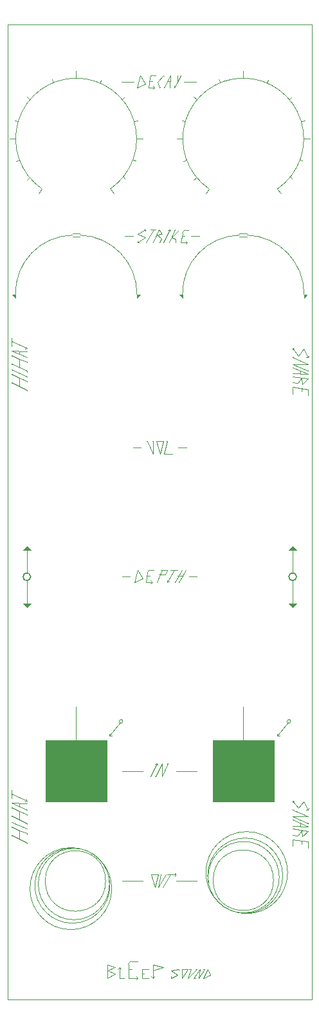
<source format=gto>
G04 #@! TF.GenerationSoftware,KiCad,Pcbnew,(6.0.6)*
G04 #@! TF.CreationDate,2022-10-26T12:52:20+02:00*
G04 #@! TF.ProjectId,Snare+Hihat,536e6172-652b-4486-9968-61742e6b6963,rev?*
G04 #@! TF.SameCoordinates,Original*
G04 #@! TF.FileFunction,Legend,Top*
G04 #@! TF.FilePolarity,Positive*
%FSLAX46Y46*%
G04 Gerber Fmt 4.6, Leading zero omitted, Abs format (unit mm)*
G04 Created by KiCad (PCBNEW (6.0.6)) date 2022-10-26 12:52:20*
%MOMM*%
%LPD*%
G01*
G04 APERTURE LIST*
%ADD10C,0.120000*%
G04 #@! TA.AperFunction,Profile*
%ADD11C,0.050000*%
G04 #@! TD*
%ADD12C,0.100000*%
%ADD13C,0.150000*%
G04 APERTURE END LIST*
D10*
X120000000Y-64500000D02*
X119800000Y-64600000D01*
X157000000Y-127900000D02*
X156300000Y-128600000D01*
G36*
X118500000Y-57900000D02*
G01*
X118100000Y-57500000D01*
X118500000Y-57500000D01*
X118500000Y-57900000D01*
G37*
X118500000Y-57900000D02*
X118100000Y-57500000D01*
X118500000Y-57500000D01*
X118500000Y-57900000D01*
X132930000Y-42212083D02*
X132690000Y-42012083D01*
X131000000Y-43572083D02*
G75*
G03*
X122000000Y-43572083I-4500000J6572083D01*
G01*
X136650000Y-78350000D02*
X136650000Y-76650000D01*
X137800000Y-49500000D02*
X137100000Y-49600000D01*
X120000000Y-42372083D02*
X120350000Y-42082083D01*
X140700000Y-29550000D02*
X142300000Y-29550000D01*
X118000000Y-128400000D02*
X120000000Y-129400000D01*
X137550000Y-78350000D02*
X137050000Y-76650000D01*
X139100000Y-49900000D02*
X139600000Y-50200000D01*
X138800000Y-48900000D02*
X138900000Y-49100000D01*
X138450000Y-76650000D02*
X138350000Y-76650000D01*
X118000000Y-123000000D02*
X118000000Y-123600000D01*
X120000000Y-31472083D02*
X120410000Y-31822083D01*
X137400000Y-48900000D02*
X136600000Y-50600000D01*
X156600000Y-34572083D02*
X156140000Y-34712083D01*
X138000000Y-28650000D02*
X138100000Y-28750000D01*
X122000000Y-43572083D02*
X121540000Y-44162083D01*
X148000000Y-49650000D02*
G75*
G03*
X140500000Y-57450000I150000J-7650000D01*
G01*
X134300000Y-39872083D02*
X133990000Y-39762083D01*
X136800000Y-30250000D02*
X136600000Y-30050000D01*
X136000000Y-30250000D02*
X136700000Y-30250000D01*
X119000000Y-128900000D02*
X119000000Y-127800000D01*
X157000000Y-127900000D02*
X155000000Y-127600000D01*
X123300000Y-29172083D02*
X123490000Y-29622083D01*
X157000000Y-125100000D02*
X156400000Y-124000000D01*
X134000000Y-49800000D02*
X132900000Y-49800000D01*
X120000000Y-126900000D02*
X120000000Y-127000000D01*
X120000000Y-125700000D02*
X120000000Y-125800000D01*
X156200000Y-129200000D02*
X156200000Y-129600000D01*
X145300000Y-29172083D02*
X145490000Y-29622083D01*
X139200000Y-133600000D02*
X139600000Y-133600000D01*
X139700000Y-134400000D02*
X142400000Y-134400000D01*
X134500000Y-30250000D02*
X135600000Y-29750000D01*
X155000000Y-123900000D02*
X155000000Y-124100000D01*
X118000000Y-123000000D02*
X120000000Y-123900000D01*
X134600000Y-50600000D02*
X134800000Y-50600000D01*
X140500000Y-49400000D02*
X140300000Y-50600000D01*
X140500000Y-37000000D02*
X139728388Y-37000000D01*
X139400000Y-30250000D02*
X139400000Y-30050000D01*
X141100000Y-50600000D02*
X140900000Y-50400000D01*
D11*
X117500000Y-22000000D02*
X117499999Y-145500001D01*
X117500000Y-150000000D02*
X117499999Y-145500001D01*
D10*
X142000000Y-42372083D02*
X142350000Y-42082083D01*
D11*
X117500000Y-22000000D02*
X157500000Y-22000000D01*
X157500000Y-150000000D02*
X117500000Y-150000000D01*
X157500000Y-22000000D02*
X157500000Y-150000000D01*
D10*
X139100000Y-49900000D02*
X140000000Y-49000000D01*
X137100000Y-49600000D02*
X137700000Y-50100000D01*
X132890000Y-31472083D02*
X132540000Y-31792083D01*
X140300000Y-50600000D02*
X141000000Y-50600000D01*
X130900000Y-115400000D02*
X131200000Y-115400000D01*
X137700000Y-50100000D02*
X137500000Y-50600000D01*
X156300000Y-39872083D02*
X155990000Y-39762083D01*
X119000000Y-127800000D02*
X120000000Y-128200000D01*
X134600000Y-34572083D02*
X134140000Y-34712083D01*
X132650000Y-113500000D02*
G75*
G03*
X132650000Y-113500000I-250000J0D01*
G01*
X135850000Y-76650000D02*
X135750000Y-76650000D01*
X156000000Y-127250000D02*
X156000000Y-126850000D01*
X137950000Y-76650000D02*
X137550000Y-78350000D01*
X118000000Y-126700000D02*
X120000000Y-127600000D01*
X141600000Y-49800000D02*
X142700000Y-49800000D01*
X136300000Y-48900000D02*
X137000000Y-48900000D01*
X135050000Y-77500000D02*
X134000000Y-77500000D01*
X135600000Y-48900000D02*
X135400000Y-48900000D01*
X141100000Y-50600000D02*
X140900000Y-50800000D01*
X118400000Y-34572083D02*
X118860000Y-34712083D01*
X139950000Y-77500000D02*
X141000000Y-77500000D01*
X155000000Y-129000000D02*
X157000000Y-129300000D01*
X134499926Y-57449999D02*
G75*
G03*
X127000000Y-49650000I-7702626J99399D01*
G01*
X155000000Y-94000000D02*
X155000000Y-91000000D01*
X135600000Y-48900000D02*
X135600000Y-49100000D01*
X136600000Y-28650000D02*
G75*
G03*
X136200000Y-29050000I0J-400000D01*
G01*
X155700000Y-128500000D02*
X155000000Y-128400000D01*
X118000000Y-128400000D02*
X118000000Y-128500000D01*
X143800000Y-146000000D02*
X144200000Y-146800000D01*
X134600000Y-147200000D02*
X134400000Y-147400000D01*
X141600000Y-146000000D02*
X141200000Y-147200000D01*
X142000000Y-147200000D02*
X142200000Y-147200000D01*
X140000000Y-146000000D02*
X139000000Y-146200000D01*
X119000000Y-68400000D02*
X120000000Y-68800000D01*
X120000000Y-68800000D02*
X120000000Y-68900000D01*
X118000000Y-66500000D02*
X120000000Y-67500000D01*
X142400000Y-146000000D02*
X142200000Y-146000000D01*
X120000000Y-67500000D02*
X120000000Y-67600000D01*
X135200000Y-146600000D02*
X135400000Y-146600000D01*
X133400000Y-146000000D02*
X133800000Y-146000000D01*
X133400000Y-147200000D02*
X134600000Y-147200000D01*
X135200000Y-146000000D02*
X135200000Y-147200000D01*
X136600000Y-147200000D02*
X136600000Y-147000000D01*
X130600000Y-146200000D02*
X131600000Y-145800000D01*
X135200000Y-146000000D02*
X136000000Y-146000000D01*
X136600000Y-147200000D02*
X136800000Y-147000000D01*
X130600000Y-145400000D02*
X130600000Y-147200000D01*
X140400000Y-146000000D02*
X140400000Y-147200000D01*
X132200000Y-145800000D02*
X132200000Y-147200000D01*
X140000000Y-146000000D02*
X140000000Y-146200000D01*
X132200000Y-147200000D02*
X132800000Y-147200000D01*
X135200000Y-147200000D02*
X136000000Y-147200000D01*
X143800000Y-146000000D02*
X143200000Y-147200000D01*
X141200000Y-147200000D02*
X142400000Y-146000000D01*
X133800000Y-145000000D02*
X134600000Y-145000000D01*
X142800000Y-146000000D02*
X142600000Y-147200000D01*
X139000000Y-146200000D02*
X139800000Y-146800000D01*
X142800000Y-146000000D02*
X142000000Y-147200000D01*
X136400000Y-147000000D02*
X136600000Y-147200000D01*
X142600000Y-147200000D02*
X143400000Y-146000000D01*
X141600000Y-146000000D02*
X141400000Y-146000000D01*
X140400000Y-147200000D02*
X141200000Y-146000000D01*
X132200000Y-145800000D02*
X132400000Y-146000000D01*
X141200000Y-146000000D02*
X140400000Y-146000000D01*
X143200000Y-147200000D02*
X144200000Y-146800000D01*
X148500000Y-117750000D02*
X148500000Y-111500000D01*
X126500000Y-117750000D02*
X126500000Y-111500000D01*
X118000000Y-64800000D02*
X120000000Y-64900000D01*
X118000000Y-63600000D02*
X120000000Y-64500000D01*
X119000000Y-67000000D02*
X119000000Y-65900000D01*
X132200000Y-145800000D02*
X132000000Y-146000000D01*
X139800000Y-146800000D02*
X139000000Y-147200000D01*
X143400000Y-146000000D02*
X143200000Y-146000000D01*
X130600000Y-147200000D02*
X131600000Y-146600000D01*
X139000000Y-147200000D02*
X139000000Y-147000000D01*
X131600000Y-146600000D02*
X130600000Y-146200000D01*
X136600000Y-145400000D02*
X136600000Y-147200000D01*
X136600000Y-145400000D02*
X138000000Y-145800000D01*
X138000000Y-145800000D02*
X136600000Y-146200000D01*
X133800000Y-145000000D02*
G75*
G03*
X133400000Y-145400000I0J-400000D01*
G01*
X133400000Y-145400000D02*
X133400000Y-147200000D01*
X131600000Y-145800000D02*
X130600000Y-145400000D01*
X134600000Y-147200000D02*
X134400000Y-147000000D01*
X118000000Y-67900000D02*
X118000000Y-68000000D01*
X119000000Y-65900000D02*
X120000000Y-66300000D01*
X120000000Y-66300000D02*
X120000000Y-66400000D01*
X118000000Y-63600000D02*
X118000000Y-63100000D01*
X120000000Y-70000000D02*
X120000000Y-70100000D01*
X119000000Y-65900000D02*
X118000000Y-65400000D01*
X120000000Y-64500000D02*
X119900000Y-64300000D01*
X118000000Y-65400000D02*
X118000000Y-65500000D01*
X118000000Y-69000000D02*
X120000000Y-70000000D01*
X118000000Y-69000000D02*
X118000000Y-69100000D01*
X119000000Y-69500000D02*
X119000000Y-68400000D01*
X119000000Y-68400000D02*
X118000000Y-67900000D01*
X118000000Y-64800000D02*
X120000000Y-65700000D01*
X118000000Y-67300000D02*
X120000000Y-68200000D01*
X118000000Y-66500000D02*
X118000000Y-66600000D01*
X119000000Y-64900000D02*
X119000000Y-65200000D01*
X118000000Y-63600000D02*
X118000000Y-64200000D01*
X140900000Y-49000000D02*
X141300000Y-49000000D01*
X138900000Y-28650000D02*
X138100000Y-30250000D01*
D12*
G36*
X130500000Y-124000000D02*
G01*
X122500000Y-124000000D01*
X122500000Y-116000000D01*
X130500000Y-116000000D01*
X130500000Y-124000000D01*
G37*
X130500000Y-124000000D02*
X122500000Y-124000000D01*
X122500000Y-116000000D01*
X130500000Y-116000000D01*
X130500000Y-124000000D01*
D10*
X157000000Y-127300000D02*
X155000000Y-127200000D01*
X148000000Y-49850000D02*
X149000000Y-49850000D01*
X118000000Y-123000000D02*
X118000000Y-122500000D01*
X138000000Y-50600000D02*
X138800000Y-48900000D01*
X118000000Y-127300000D02*
X118000000Y-127400000D01*
X140600000Y-39972083D02*
X141040000Y-39812083D01*
X139600000Y-50200000D02*
X139600000Y-50600000D01*
X140900000Y-49000000D02*
G75*
G03*
X140500000Y-49400000I0J-400000D01*
G01*
X138050000Y-78350000D02*
X139150000Y-78350000D01*
X137050000Y-76650000D02*
X137950000Y-76650000D01*
X142000000Y-31472083D02*
X142410000Y-31822083D01*
X119000000Y-125300000D02*
X120000000Y-125700000D01*
X118600000Y-39972083D02*
X119040000Y-39812083D01*
X156200000Y-127800000D02*
X155700000Y-128500000D01*
X139800000Y-29550000D02*
X139400000Y-30250000D01*
X156500000Y-37000000D02*
X157271612Y-37000000D01*
X118000000Y-124200000D02*
X120000000Y-125100000D01*
X139700000Y-120000000D02*
X142400000Y-120000000D01*
X138800000Y-29450000D02*
X138500000Y-29450000D01*
X120000000Y-128200000D02*
X120000000Y-128300000D01*
X120000000Y-129400000D02*
X120000000Y-129500000D01*
X119000000Y-126400000D02*
X119000000Y-125300000D01*
X148000000Y-49450000D02*
X149000000Y-49450000D01*
X155000000Y-129000000D02*
X155000000Y-129900000D01*
X136200000Y-29450000D02*
X136500000Y-29450000D01*
X130900000Y-115400000D02*
X130900000Y-115100000D01*
X135600000Y-29750000D02*
X134900000Y-28650000D01*
X131000000Y-43572083D02*
X131450000Y-44182083D01*
X134600000Y-49500000D02*
X135600000Y-49900000D01*
G36*
X140500000Y-57850000D02*
G01*
X140100000Y-57450000D01*
X140500000Y-57450000D01*
X140500000Y-57850000D01*
G37*
X140500000Y-57850000D02*
X140100000Y-57450000D01*
X140500000Y-57450000D01*
X140500000Y-57850000D01*
X134600000Y-50600000D02*
X134600000Y-50400000D01*
X157000000Y-126900000D02*
X157000000Y-126800000D01*
X137400000Y-48900000D02*
X137800000Y-49500000D01*
X140400000Y-34572083D02*
X140860000Y-34712083D01*
X138000000Y-28650000D02*
X137200000Y-29550000D01*
X138700000Y-50600000D02*
X139500000Y-48900000D01*
X157000000Y-127300000D02*
X155000000Y-126400000D01*
X135600000Y-49900000D02*
X134600000Y-50600000D01*
X136650000Y-76650000D02*
X136550000Y-76650000D01*
X136600000Y-28650000D02*
X137000000Y-28650000D01*
X155000000Y-125100000D02*
X155000000Y-125000000D01*
D12*
G36*
X155500000Y-91000000D02*
G01*
X154500000Y-91000000D01*
X155000000Y-90500000D01*
X155500000Y-91000000D01*
G37*
X155500000Y-91000000D02*
X154500000Y-91000000D01*
X155000000Y-90500000D01*
X155500000Y-91000000D01*
D10*
X156400000Y-64600000D02*
X155800000Y-65500000D01*
X130886150Y-134850000D02*
G75*
G03*
X130886150Y-134850000I-4686150J0D01*
G01*
X137300000Y-135300000D02*
X138300000Y-133600000D01*
X152469887Y-134350000D02*
G75*
G03*
X152469887Y-134350000I-3969887J0D01*
G01*
X138600000Y-119000000D02*
X138500000Y-119000000D01*
X155000000Y-64500000D02*
X155000000Y-64700000D01*
X155000000Y-69600000D02*
X157000000Y-69900000D01*
X155000000Y-65700000D02*
X155000000Y-65600000D01*
X154500000Y-113500000D02*
X153000000Y-115400000D01*
X155000000Y-95000000D02*
X155000000Y-98000000D01*
X157000000Y-65700000D02*
X156800000Y-65700000D01*
D13*
X120500000Y-94500000D02*
G75*
G03*
X120500000Y-94500000I-500000J0D01*
G01*
D10*
X131185165Y-135450000D02*
G75*
G03*
X131185165Y-135450000I-5385165J0D01*
G01*
X157000000Y-65700000D02*
X157100000Y-65500000D01*
X157000000Y-69900000D02*
X157000000Y-70700000D01*
X155700000Y-69100000D02*
X155000000Y-69000000D01*
X154335165Y-133350000D02*
G75*
G03*
X154335165Y-133350000I-5385165J0D01*
G01*
X137600000Y-133600000D02*
X137300000Y-135300000D01*
X153000000Y-115400000D02*
X153000000Y-115100000D01*
X137800000Y-120700000D02*
X138600000Y-119000000D01*
X126000000Y-49450000D02*
X127000000Y-49450000D01*
D12*
G36*
X120000000Y-98500000D02*
G01*
X119500000Y-98000000D01*
X120500000Y-98000000D01*
X120000000Y-98500000D01*
G37*
X120000000Y-98500000D02*
X119500000Y-98000000D01*
X120500000Y-98000000D01*
X120000000Y-98500000D01*
D10*
X126000000Y-49650000D02*
G75*
G03*
X118500000Y-57450000I150000J-7650000D01*
G01*
X137100000Y-119000000D02*
X137200000Y-119200000D01*
X157000000Y-66600000D02*
X155000000Y-66600000D01*
X154750000Y-113500000D02*
G75*
G03*
X154750000Y-113500000I-250000J0D01*
G01*
X138900000Y-133600000D02*
X137900000Y-135300000D01*
X153000000Y-115400000D02*
X153300000Y-115400000D01*
X155800000Y-65500000D02*
X155000000Y-64500000D01*
X137300000Y-133600000D02*
X136900000Y-135300000D01*
X130939636Y-135050000D02*
G75*
G03*
X130939636Y-135050000I-4939636J0D01*
G01*
X126000000Y-49850000D02*
X127000000Y-49850000D01*
X137000000Y-120700000D02*
X137800000Y-119000000D01*
X157000000Y-67900000D02*
X155000000Y-67000000D01*
X120000000Y-95000000D02*
X120000000Y-98000000D01*
X157000000Y-68500000D02*
X156300000Y-69200000D01*
X137000000Y-120700000D02*
X136900000Y-120700000D01*
X137100000Y-119000000D02*
X136900000Y-119100000D01*
X120000000Y-94000000D02*
X120000000Y-91000000D01*
X156300000Y-69200000D02*
X156200000Y-68400000D01*
X135300000Y-120000000D02*
X132600000Y-120000000D01*
D12*
G36*
X120500000Y-91000000D02*
G01*
X119500000Y-91000000D01*
X120000000Y-90500000D01*
X120500000Y-91000000D01*
G37*
X120500000Y-91000000D02*
X119500000Y-91000000D01*
X120000000Y-90500000D01*
X120500000Y-91000000D01*
D10*
X140400000Y-93600000D02*
X139500000Y-95200000D01*
X157000000Y-65700000D02*
X156400000Y-64600000D01*
X155000000Y-64500000D02*
X155200000Y-64500000D01*
X137800000Y-119000000D02*
X137800000Y-120700000D01*
X140900000Y-93600000D02*
X140000000Y-95200000D01*
X156200000Y-69800000D02*
X156200000Y-70200000D01*
X157000000Y-68500000D02*
X155000000Y-68200000D01*
X136300000Y-120700000D02*
X137100000Y-119000000D01*
X136900000Y-135300000D02*
X136400000Y-133600000D01*
X153689636Y-133750000D02*
G75*
G03*
X153689636Y-133750000I-4939636J0D01*
G01*
X156000000Y-67850000D02*
X156000000Y-67450000D01*
X157000000Y-66600000D02*
X155000000Y-65700000D01*
X136400000Y-133600000D02*
X137300000Y-133600000D01*
X157000000Y-67900000D02*
X155000000Y-67800000D01*
D12*
G36*
X152500000Y-124000000D02*
G01*
X144500000Y-124000000D01*
X144500000Y-116000000D01*
X152500000Y-116000000D01*
X152500000Y-124000000D01*
G37*
X152500000Y-124000000D02*
X144500000Y-124000000D01*
X144500000Y-116000000D01*
X152500000Y-116000000D01*
X152500000Y-124000000D01*
D10*
X130369887Y-134450000D02*
G75*
G03*
X130369887Y-134450000I-3969887J0D01*
G01*
X153236150Y-133950000D02*
G75*
G03*
X153236150Y-133950000I-4686150J0D01*
G01*
X155000000Y-69600000D02*
X155000000Y-70500000D01*
X157000000Y-67500000D02*
X155000000Y-66600000D01*
X156200000Y-68400000D02*
X155700000Y-69100000D01*
X157000000Y-67500000D02*
X157000000Y-67400000D01*
X138500000Y-133600000D02*
X139200000Y-133600000D01*
X133600000Y-94500000D02*
X132600000Y-94500000D01*
X134200000Y-95200000D02*
X135300000Y-94700000D01*
X138500000Y-95200000D02*
X138700000Y-95100000D01*
X135700000Y-95200000D02*
X136400000Y-95200000D01*
X139600000Y-133600000D02*
X139500000Y-133800000D01*
X135900000Y-94400000D02*
X136200000Y-94400000D01*
X138500000Y-95200000D02*
X138500000Y-95000000D01*
X136500000Y-95200000D02*
X136300000Y-95400000D01*
X139400000Y-93600000D02*
X138500000Y-95200000D01*
X136300000Y-93600000D02*
G75*
G03*
X135900000Y-94000000I0J-400000D01*
G01*
X137800000Y-93600000D02*
X137100000Y-95200000D01*
X134600000Y-93600000D02*
X134200000Y-95200000D01*
X139800000Y-94400000D02*
X140600000Y-94400000D01*
X135900000Y-94000000D02*
X135700000Y-95200000D01*
X136300000Y-93600000D02*
X136700000Y-93600000D01*
X141400000Y-94500000D02*
X142400000Y-94500000D01*
X135300000Y-94700000D02*
X134600000Y-93600000D01*
X138900000Y-93600000D02*
X139800000Y-93600000D01*
X135600000Y-48900000D02*
X134600000Y-49500000D01*
X138200000Y-94200000D02*
X137400000Y-94200000D01*
X136500000Y-95200000D02*
X136300000Y-95000000D01*
X138500000Y-93600000D02*
X138200000Y-94200000D01*
X137600000Y-93600000D02*
X138500000Y-93600000D01*
X157000000Y-129300000D02*
X157000000Y-130100000D01*
D12*
G36*
X155000000Y-98500000D02*
G01*
X154500000Y-98000000D01*
X155500000Y-98000000D01*
X155000000Y-98500000D01*
G37*
X155000000Y-98500000D02*
X154500000Y-98000000D01*
X155500000Y-98000000D01*
X155000000Y-98500000D01*
D10*
X134900000Y-28650000D02*
X134500000Y-30250000D01*
G36*
X156500000Y-57850000D02*
G01*
X156500000Y-57450000D01*
X156900000Y-57450000D01*
X156500000Y-57850000D01*
G37*
X156500000Y-57850000D02*
X156500000Y-57450000D01*
X156900000Y-57450000D01*
X156500000Y-57850000D01*
X153000000Y-43572083D02*
G75*
G03*
X144000000Y-43572083I-4500000J6572083D01*
G01*
X134100000Y-29550000D02*
X132500000Y-29550000D01*
X157000000Y-126000000D02*
X155000000Y-126000000D01*
X118000000Y-125900000D02*
X118000000Y-126000000D01*
X151800000Y-29272083D02*
X151640000Y-29652083D01*
X154890000Y-31472083D02*
X154540000Y-31792083D01*
X155000000Y-123900000D02*
X155200000Y-123900000D01*
X129800000Y-29272083D02*
X129640000Y-29652083D01*
X119000000Y-127800000D02*
X118000000Y-127300000D01*
X153000000Y-43572083D02*
X153450000Y-44182083D01*
X157000000Y-125100000D02*
X156800000Y-125100000D01*
X139800000Y-29550000D02*
X139800000Y-28650000D01*
X136800000Y-30250000D02*
X136600000Y-30450000D01*
X155800000Y-124900000D02*
X155000000Y-123900000D01*
D13*
X155500000Y-94500000D02*
G75*
G03*
X155500000Y-94500000I-500000J0D01*
G01*
D10*
X138800000Y-48900000D02*
X138600000Y-49000000D01*
X120000000Y-123900000D02*
X119800000Y-124000000D01*
X118513118Y-37000000D02*
X117741506Y-37000000D01*
X139800000Y-29550000D02*
X140300000Y-28650000D01*
X139400000Y-30250000D02*
X139600000Y-30150000D01*
X134500000Y-37000000D02*
X135271612Y-37000000D01*
X126500000Y-29033694D02*
X126500000Y-28072083D01*
X156400000Y-124000000D02*
X155800000Y-124900000D01*
X156300000Y-128600000D02*
X156200000Y-127800000D01*
X135300000Y-134400000D02*
X132600000Y-134400000D01*
G36*
X134500000Y-57850000D02*
G01*
X134500000Y-57450000D01*
X134900000Y-57450000D01*
X134500000Y-57850000D01*
G37*
X134500000Y-57850000D02*
X134500000Y-57450000D01*
X134900000Y-57450000D01*
X134500000Y-57850000D01*
X119000000Y-124300000D02*
X119000000Y-124600000D01*
X140500000Y-49800000D02*
X140800000Y-49800000D01*
X118000000Y-124800000D02*
X118000000Y-124900000D01*
X139600000Y-133600000D02*
X139500000Y-133400000D01*
X138450000Y-76650000D02*
X138050000Y-78350000D01*
X157000000Y-126900000D02*
X155000000Y-126000000D01*
X157000000Y-125100000D02*
X157100000Y-124900000D01*
X136200000Y-29050000D02*
X136000000Y-30250000D01*
X137200000Y-29550000D02*
X137500000Y-30250000D01*
X119000000Y-125300000D02*
X118000000Y-124800000D01*
X120000000Y-123900000D02*
X119900000Y-123700000D01*
X148500000Y-29033694D02*
X148500000Y-28072083D01*
X118000000Y-125900000D02*
X120000000Y-126900000D01*
X137500000Y-30250000D02*
X137600000Y-30150000D01*
X154930000Y-42212083D02*
X154690000Y-42012083D01*
X118000000Y-124200000D02*
X120000000Y-124300000D01*
X157000000Y-126000000D02*
X155000000Y-125100000D01*
X136700000Y-48900000D02*
X135700000Y-50600000D01*
X144000000Y-43572083D02*
X143540000Y-44162083D01*
X138900000Y-28650000D02*
X138800000Y-30250000D01*
X132400000Y-113500000D02*
X130900000Y-115400000D01*
X156499926Y-57449999D02*
G75*
G03*
X149000000Y-49650000I-7702626J99399D01*
G01*
X135850000Y-76650000D02*
X136650000Y-78350000D01*
%LPC*%
D12*
G36*
X129000000Y-111500000D02*
G01*
X124000000Y-111500000D01*
X124000000Y-106500000D01*
X129000000Y-106500000D01*
X129000000Y-111500000D01*
G37*
X129000000Y-111500000D02*
X124000000Y-111500000D01*
X124000000Y-106500000D01*
X129000000Y-106500000D01*
X129000000Y-111500000D01*
G36*
X151000000Y-111500000D02*
G01*
X146000000Y-111500000D01*
X146000000Y-106500000D01*
X151000000Y-106500000D01*
X151000000Y-111500000D01*
G37*
X151000000Y-111500000D02*
X146000000Y-111500000D01*
X146000000Y-106500000D01*
X151000000Y-106500000D01*
X151000000Y-111500000D01*
M02*

</source>
